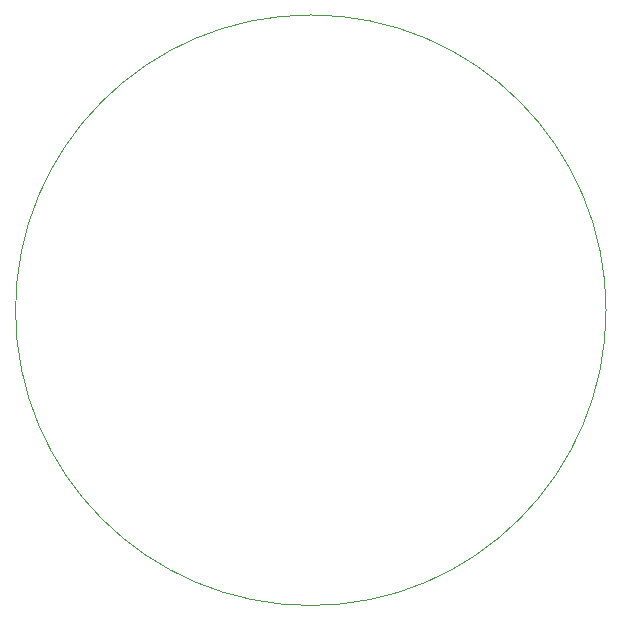
<source format=gbr>
G04 #@! TF.GenerationSoftware,KiCad,Pcbnew,(5.1.4-0-10_14)*
G04 #@! TF.CreationDate,2019-10-28T14:00:27+08:00*
G04 #@! TF.ProjectId,z2m_partner,7a326d5f-7061-4727-946e-65722e6b6963,rev?*
G04 #@! TF.SameCoordinates,Original*
G04 #@! TF.FileFunction,Profile,NP*
%FSLAX46Y46*%
G04 Gerber Fmt 4.6, Leading zero omitted, Abs format (unit mm)*
G04 Created by KiCad (PCBNEW (5.1.4-0-10_14)) date 2019-10-28 14:00:27*
%MOMM*%
%LPD*%
G04 APERTURE LIST*
%ADD10C,0.120000*%
G04 APERTURE END LIST*
D10*
X209550000Y-102870000D02*
G75*
G03X209550000Y-102870000I-25000000J0D01*
G01*
M02*

</source>
